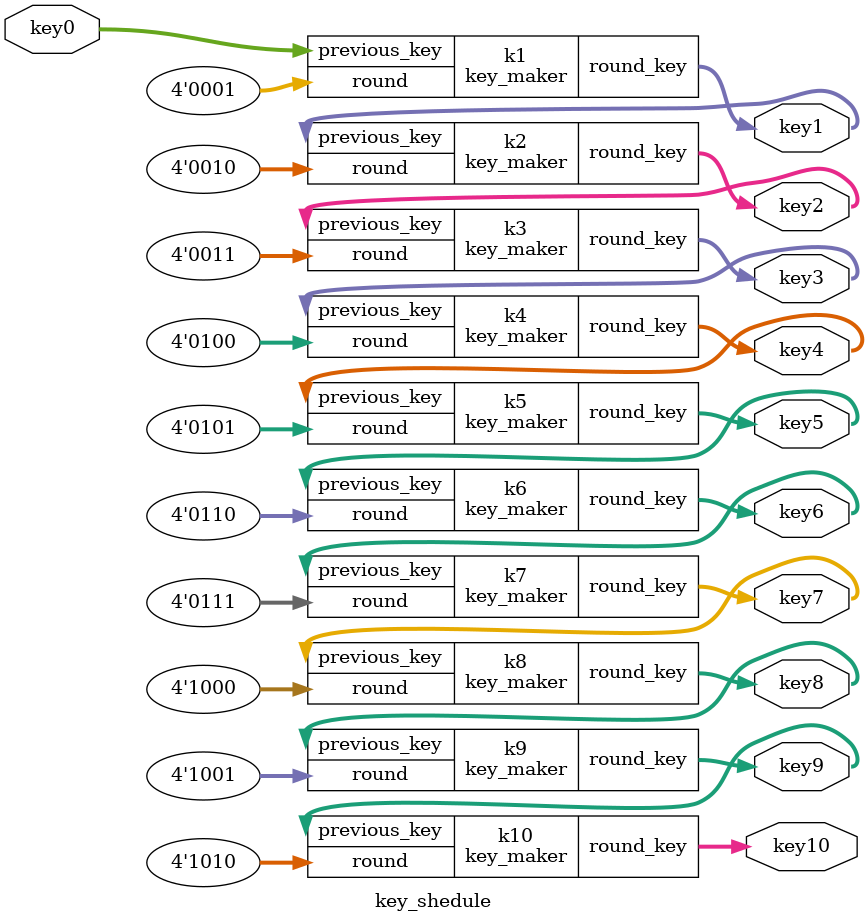
<source format=v>

module key_maker(round_key, previous_key,round);

input [0:127] previous_key;
input [0:3] round;
output reg [0:127] round_key; 
wire [0:31] g; 

first_word w (previous_key,round,g);
always@(g or previous_key)
begin
    
    round_key[0:31] = g ^ previous_key[0:31];
    round_key[32:63] = round_key[0:31] ^ previous_key[32:63];
    round_key[64:95] = round_key[32:63] ^ previous_key[64:95];
    round_key[96:127] = round_key[64:95] ^ previous_key[96:127];

end  

endmodule

module first_word (key,round,data_out);
input [0:127] key;
input [0:3]round;
output [0:31] data_out;

wire [0:31] temp;
wire [0:31] temp1;
reg  [0:31] round_const;

always @(round)
case(round)

        4'h1: round_const= {8'h01, 8'h00, 8'h00, 8'h00};
        4'h2: round_const= {8'h02, 8'h00, 8'h00, 8'h00};
        4'h3: round_const= {8'h04, 8'h00, 8'h00, 8'h00};
        4'h4: round_const= {8'h08, 8'h00, 8'h00, 8'h00};
        4'h5: round_const= {8'h10, 8'h00, 8'h00, 8'h00};
        4'h6: round_const= {8'h20, 8'h00, 8'h00, 8'h00};
        4'h7: round_const= {8'h40, 8'h00, 8'h00, 8'h00};
        4'h8: round_const= {8'h80, 8'h00, 8'h00, 8'h00};
        4'h9: round_const= {8'h1B, 8'h00, 8'h00, 8'h00};
        4'hA: round_const= {8'h36, 8'h00, 8'h00, 8'h00};
        default : round_const= {8'h00, 8'h00, 8'h00, 8'h00};
endcase

circular_shift c(temp, key[96:127]); 
sub_box s1(temp[0:7], temp1[0:7]); 
sub_box s2(temp[8:15], temp1[8:15]);
sub_box s3(temp[16:23], temp1[16:23]);
sub_box s4(temp[24:31], temp1[24:31]);

assign data_out = temp1^round_const; 

endmodule


module circular_shift(data_out, data_in);

input [0:31] data_in;
output reg [0:31] data_out;

always@(data_in)
begin
data_out[0:23] = data_in[8:31];
data_out[24:31] = data_in[0:7];
end 

endmodule


module key_shedule (key0,key1,key2,key3,key4,key5,key6,key7,key8,key9,key10);
input [0:127] key0;
output [0:127] key1,key2,key3,key4,key5,key6,key7,key8,key9,key10;

key_maker k1(key1, key0,4'h1);
key_maker k2(key2, key1,4'h2);
key_maker k3(key3, key2,4'h3);
key_maker k4(key4, key3,4'h4);
key_maker k5(key5, key4,4'h5);
key_maker k6(key6, key5,4'h6);
key_maker k7(key7, key6,4'h7);
key_maker k8(key8, key7,4'h8);
key_maker k9(key9, key8,4'h9);
key_maker k10(key10, key9,4'hA);


endmodule
</source>
